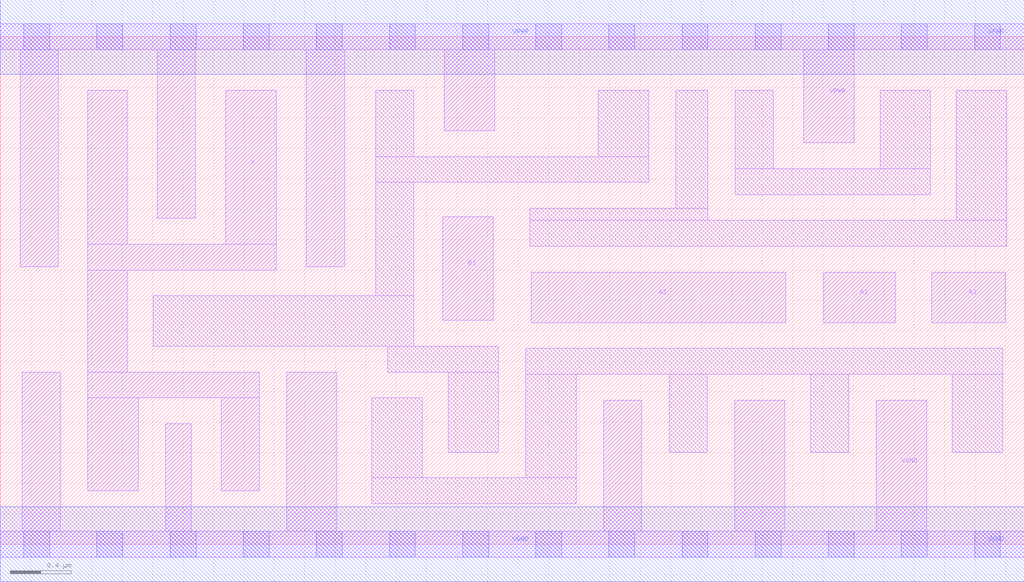
<source format=lef>
# Copyright 2020 The SkyWater PDK Authors
#
# Licensed under the Apache License, Version 2.0 (the "License");
# you may not use this file except in compliance with the License.
# You may obtain a copy of the License at
#
#     https://www.apache.org/licenses/LICENSE-2.0
#
# Unless required by applicable law or agreed to in writing, software
# distributed under the License is distributed on an "AS IS" BASIS,
# WITHOUT WARRANTIES OR CONDITIONS OF ANY KIND, either express or implied.
# See the License for the specific language governing permissions and
# limitations under the License.
#
# SPDX-License-Identifier: Apache-2.0

VERSION 5.7 ;
  NAMESCASESENSITIVE ON ;
  NOWIREEXTENSIONATPIN ON ;
  DIVIDERCHAR "/" ;
  BUSBITCHARS "[]" ;
UNITS
  DATABASE MICRONS 200 ;
END UNITS
MACRO sky130_fd_sc_ms__o31a_4
  CLASS CORE ;
  SOURCE USER ;
  FOREIGN sky130_fd_sc_ms__o31a_4 ;
  ORIGIN  0.000000  0.000000 ;
  SIZE  6.720000 BY  3.330000 ;
  SYMMETRY X Y ;
  SITE unit ;
  PIN A1
    ANTENNAGATEAREA  0.552000 ;
    DIRECTION INPUT ;
    USE SIGNAL ;
    PORT
      LAYER li1 ;
        RECT 5.405000 1.455000 5.875000 1.785000 ;
    END
  END A1
  PIN A2
    ANTENNAGATEAREA  0.552000 ;
    DIRECTION INPUT ;
    USE SIGNAL ;
    PORT
      LAYER li1 ;
        RECT 6.115000 1.455000 6.595000 1.785000 ;
    END
  END A2
  PIN A3
    ANTENNAGATEAREA  0.552000 ;
    DIRECTION INPUT ;
    USE SIGNAL ;
    PORT
      LAYER li1 ;
        RECT 3.485000 1.455000 5.155000 1.785000 ;
    END
  END A3
  PIN B1
    ANTENNAGATEAREA  0.552000 ;
    DIRECTION INPUT ;
    USE SIGNAL ;
    PORT
      LAYER li1 ;
        RECT 2.905000 1.470000 3.235000 2.150000 ;
    END
  END B1
  PIN X
    ANTENNADIFFAREA  1.019200 ;
    DIRECTION OUTPUT ;
    USE SIGNAL ;
    PORT
      LAYER li1 ;
        RECT 0.575000 0.350000 0.905000 0.960000 ;
        RECT 0.575000 0.960000 1.700000 1.130000 ;
        RECT 0.575000 1.130000 0.835000 1.800000 ;
        RECT 0.575000 1.800000 1.810000 1.970000 ;
        RECT 0.575000 1.970000 0.835000 2.980000 ;
        RECT 1.450000 0.350000 1.700000 0.960000 ;
        RECT 1.480000 1.970000 1.810000 2.980000 ;
    END
  END X
  PIN VGND
    DIRECTION INOUT ;
    USE GROUND ;
    PORT
      LAYER li1 ;
        RECT 0.000000 -0.085000 6.720000 0.085000 ;
        RECT 0.145000  0.085000 0.395000 1.130000 ;
        RECT 1.085000  0.085000 1.255000 0.790000 ;
        RECT 1.880000  0.085000 2.210000 1.130000 ;
        RECT 3.960000  0.085000 4.210000 0.945000 ;
        RECT 4.820000  0.085000 5.150000 0.945000 ;
        RECT 5.750000  0.085000 6.080000 0.945000 ;
      LAYER mcon ;
        RECT 0.155000 -0.085000 0.325000 0.085000 ;
        RECT 0.635000 -0.085000 0.805000 0.085000 ;
        RECT 1.115000 -0.085000 1.285000 0.085000 ;
        RECT 1.595000 -0.085000 1.765000 0.085000 ;
        RECT 2.075000 -0.085000 2.245000 0.085000 ;
        RECT 2.555000 -0.085000 2.725000 0.085000 ;
        RECT 3.035000 -0.085000 3.205000 0.085000 ;
        RECT 3.515000 -0.085000 3.685000 0.085000 ;
        RECT 3.995000 -0.085000 4.165000 0.085000 ;
        RECT 4.475000 -0.085000 4.645000 0.085000 ;
        RECT 4.955000 -0.085000 5.125000 0.085000 ;
        RECT 5.435000 -0.085000 5.605000 0.085000 ;
        RECT 5.915000 -0.085000 6.085000 0.085000 ;
        RECT 6.395000 -0.085000 6.565000 0.085000 ;
      LAYER met1 ;
        RECT 0.000000 -0.245000 6.720000 0.245000 ;
    END
  END VGND
  PIN VPWR
    DIRECTION INOUT ;
    USE POWER ;
    PORT
      LAYER li1 ;
        RECT 0.000000 3.245000 6.720000 3.415000 ;
        RECT 0.130000 1.820000 0.380000 3.245000 ;
        RECT 1.030000 2.140000 1.280000 3.245000 ;
        RECT 2.010000 1.820000 2.260000 3.245000 ;
        RECT 2.915000 2.715000 3.245000 3.245000 ;
        RECT 5.275000 2.635000 5.605000 3.245000 ;
      LAYER mcon ;
        RECT 0.155000 3.245000 0.325000 3.415000 ;
        RECT 0.635000 3.245000 0.805000 3.415000 ;
        RECT 1.115000 3.245000 1.285000 3.415000 ;
        RECT 1.595000 3.245000 1.765000 3.415000 ;
        RECT 2.075000 3.245000 2.245000 3.415000 ;
        RECT 2.555000 3.245000 2.725000 3.415000 ;
        RECT 3.035000 3.245000 3.205000 3.415000 ;
        RECT 3.515000 3.245000 3.685000 3.415000 ;
        RECT 3.995000 3.245000 4.165000 3.415000 ;
        RECT 4.475000 3.245000 4.645000 3.415000 ;
        RECT 4.955000 3.245000 5.125000 3.415000 ;
        RECT 5.435000 3.245000 5.605000 3.415000 ;
        RECT 5.915000 3.245000 6.085000 3.415000 ;
        RECT 6.395000 3.245000 6.565000 3.415000 ;
      LAYER met1 ;
        RECT 0.000000 3.085000 6.720000 3.575000 ;
    END
  END VPWR
  OBS
    LAYER li1 ;
      RECT 1.005000 1.300000 2.715000 1.630000 ;
      RECT 2.440000 0.265000 3.780000 0.435000 ;
      RECT 2.440000 0.435000 2.770000 0.960000 ;
      RECT 2.465000 1.630000 2.715000 2.375000 ;
      RECT 2.465000 2.375000 4.255000 2.545000 ;
      RECT 2.465000 2.545000 2.715000 2.980000 ;
      RECT 2.545000 1.130000 3.270000 1.300000 ;
      RECT 2.940000 0.605000 3.270000 1.130000 ;
      RECT 3.450000 0.435000 3.780000 1.115000 ;
      RECT 3.450000 1.115000 6.580000 1.285000 ;
      RECT 3.475000 1.955000 6.605000 2.125000 ;
      RECT 3.475000 2.125000 4.645000 2.205000 ;
      RECT 3.925000 2.545000 4.255000 2.980000 ;
      RECT 4.390000 0.605000 4.640000 1.115000 ;
      RECT 4.435000 2.205000 4.645000 2.980000 ;
      RECT 4.825000 2.295000 6.105000 2.465000 ;
      RECT 4.825000 2.465000 5.075000 2.980000 ;
      RECT 5.320000 0.605000 5.570000 1.115000 ;
      RECT 5.775000 2.465000 6.105000 2.980000 ;
      RECT 6.250000 0.605000 6.580000 1.115000 ;
      RECT 6.275000 2.125000 6.605000 2.980000 ;
  END
END sky130_fd_sc_ms__o31a_4

</source>
